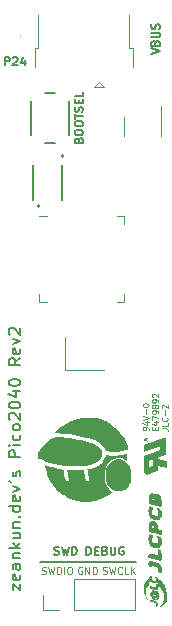
<source format=gbr>
%TF.GenerationSoftware,KiCad,Pcbnew,7.0.6*%
%TF.CreationDate,2023-08-11T11:38:20+07:00*%
%TF.ProjectId,Pico2040-Modular-Rev2,5069636f-3230-4343-902d-4d6f64756c61,rev?*%
%TF.SameCoordinates,Original*%
%TF.FileFunction,Legend,Top*%
%TF.FilePolarity,Positive*%
%FSLAX46Y46*%
G04 Gerber Fmt 4.6, Leading zero omitted, Abs format (unit mm)*
G04 Created by KiCad (PCBNEW 7.0.6) date 2023-08-11 11:38:20*
%MOMM*%
%LPD*%
G01*
G04 APERTURE LIST*
%ADD10C,0.150000*%
%ADD11C,0.050000*%
%ADD12C,0.200000*%
%ADD13C,0.125000*%
%ADD14C,0.120000*%
%ADD15C,0.127000*%
%ADD16C,0.100000*%
G04 APERTURE END LIST*
D10*
X94850000Y-86350000D02*
X86750000Y-86350000D01*
D11*
X92047179Y-87345400D02*
X92132894Y-87373971D01*
X92132894Y-87373971D02*
X92275751Y-87373971D01*
X92275751Y-87373971D02*
X92332894Y-87345400D01*
X92332894Y-87345400D02*
X92361465Y-87316828D01*
X92361465Y-87316828D02*
X92390036Y-87259685D01*
X92390036Y-87259685D02*
X92390036Y-87202542D01*
X92390036Y-87202542D02*
X92361465Y-87145400D01*
X92361465Y-87145400D02*
X92332894Y-87116828D01*
X92332894Y-87116828D02*
X92275751Y-87088257D01*
X92275751Y-87088257D02*
X92161465Y-87059685D01*
X92161465Y-87059685D02*
X92104322Y-87031114D01*
X92104322Y-87031114D02*
X92075751Y-87002542D01*
X92075751Y-87002542D02*
X92047179Y-86945400D01*
X92047179Y-86945400D02*
X92047179Y-86888257D01*
X92047179Y-86888257D02*
X92075751Y-86831114D01*
X92075751Y-86831114D02*
X92104322Y-86802542D01*
X92104322Y-86802542D02*
X92161465Y-86773971D01*
X92161465Y-86773971D02*
X92304322Y-86773971D01*
X92304322Y-86773971D02*
X92390036Y-86802542D01*
X92590037Y-86773971D02*
X92732894Y-87373971D01*
X92732894Y-87373971D02*
X92847180Y-86945400D01*
X92847180Y-86945400D02*
X92961465Y-87373971D01*
X92961465Y-87373971D02*
X93104323Y-86773971D01*
X93675751Y-87316828D02*
X93647179Y-87345400D01*
X93647179Y-87345400D02*
X93561465Y-87373971D01*
X93561465Y-87373971D02*
X93504322Y-87373971D01*
X93504322Y-87373971D02*
X93418608Y-87345400D01*
X93418608Y-87345400D02*
X93361465Y-87288257D01*
X93361465Y-87288257D02*
X93332894Y-87231114D01*
X93332894Y-87231114D02*
X93304322Y-87116828D01*
X93304322Y-87116828D02*
X93304322Y-87031114D01*
X93304322Y-87031114D02*
X93332894Y-86916828D01*
X93332894Y-86916828D02*
X93361465Y-86859685D01*
X93361465Y-86859685D02*
X93418608Y-86802542D01*
X93418608Y-86802542D02*
X93504322Y-86773971D01*
X93504322Y-86773971D02*
X93561465Y-86773971D01*
X93561465Y-86773971D02*
X93647179Y-86802542D01*
X93647179Y-86802542D02*
X93675751Y-86831114D01*
X94218608Y-87373971D02*
X93932894Y-87373971D01*
X93932894Y-87373971D02*
X93932894Y-86773971D01*
X94418608Y-87373971D02*
X94418608Y-86773971D01*
X94761465Y-87373971D02*
X94504322Y-87031114D01*
X94761465Y-86773971D02*
X94418608Y-87116828D01*
X86897179Y-87345400D02*
X86982894Y-87373971D01*
X86982894Y-87373971D02*
X87125751Y-87373971D01*
X87125751Y-87373971D02*
X87182894Y-87345400D01*
X87182894Y-87345400D02*
X87211465Y-87316828D01*
X87211465Y-87316828D02*
X87240036Y-87259685D01*
X87240036Y-87259685D02*
X87240036Y-87202542D01*
X87240036Y-87202542D02*
X87211465Y-87145400D01*
X87211465Y-87145400D02*
X87182894Y-87116828D01*
X87182894Y-87116828D02*
X87125751Y-87088257D01*
X87125751Y-87088257D02*
X87011465Y-87059685D01*
X87011465Y-87059685D02*
X86954322Y-87031114D01*
X86954322Y-87031114D02*
X86925751Y-87002542D01*
X86925751Y-87002542D02*
X86897179Y-86945400D01*
X86897179Y-86945400D02*
X86897179Y-86888257D01*
X86897179Y-86888257D02*
X86925751Y-86831114D01*
X86925751Y-86831114D02*
X86954322Y-86802542D01*
X86954322Y-86802542D02*
X87011465Y-86773971D01*
X87011465Y-86773971D02*
X87154322Y-86773971D01*
X87154322Y-86773971D02*
X87240036Y-86802542D01*
X87440037Y-86773971D02*
X87582894Y-87373971D01*
X87582894Y-87373971D02*
X87697180Y-86945400D01*
X87697180Y-86945400D02*
X87811465Y-87373971D01*
X87811465Y-87373971D02*
X87954323Y-86773971D01*
X88182894Y-87373971D02*
X88182894Y-86773971D01*
X88182894Y-86773971D02*
X88325751Y-86773971D01*
X88325751Y-86773971D02*
X88411465Y-86802542D01*
X88411465Y-86802542D02*
X88468608Y-86859685D01*
X88468608Y-86859685D02*
X88497179Y-86916828D01*
X88497179Y-86916828D02*
X88525751Y-87031114D01*
X88525751Y-87031114D02*
X88525751Y-87116828D01*
X88525751Y-87116828D02*
X88497179Y-87231114D01*
X88497179Y-87231114D02*
X88468608Y-87288257D01*
X88468608Y-87288257D02*
X88411465Y-87345400D01*
X88411465Y-87345400D02*
X88325751Y-87373971D01*
X88325751Y-87373971D02*
X88182894Y-87373971D01*
X88782894Y-87373971D02*
X88782894Y-86773971D01*
X89182893Y-86773971D02*
X89297179Y-86773971D01*
X89297179Y-86773971D02*
X89354322Y-86802542D01*
X89354322Y-86802542D02*
X89411465Y-86859685D01*
X89411465Y-86859685D02*
X89440036Y-86973971D01*
X89440036Y-86973971D02*
X89440036Y-87173971D01*
X89440036Y-87173971D02*
X89411465Y-87288257D01*
X89411465Y-87288257D02*
X89354322Y-87345400D01*
X89354322Y-87345400D02*
X89297179Y-87373971D01*
X89297179Y-87373971D02*
X89182893Y-87373971D01*
X89182893Y-87373971D02*
X89125751Y-87345400D01*
X89125751Y-87345400D02*
X89068608Y-87288257D01*
X89068608Y-87288257D02*
X89040036Y-87173971D01*
X89040036Y-87173971D02*
X89040036Y-86973971D01*
X89040036Y-86973971D02*
X89068608Y-86859685D01*
X89068608Y-86859685D02*
X89125751Y-86802542D01*
X89125751Y-86802542D02*
X89182893Y-86773971D01*
D12*
X84400552Y-88725564D02*
X84400552Y-88201755D01*
X84400552Y-88201755D02*
X85067219Y-88725564D01*
X85067219Y-88725564D02*
X85067219Y-88201755D01*
X85019600Y-87439850D02*
X85067219Y-87535088D01*
X85067219Y-87535088D02*
X85067219Y-87725564D01*
X85067219Y-87725564D02*
X85019600Y-87820802D01*
X85019600Y-87820802D02*
X84924361Y-87868421D01*
X84924361Y-87868421D02*
X84543409Y-87868421D01*
X84543409Y-87868421D02*
X84448171Y-87820802D01*
X84448171Y-87820802D02*
X84400552Y-87725564D01*
X84400552Y-87725564D02*
X84400552Y-87535088D01*
X84400552Y-87535088D02*
X84448171Y-87439850D01*
X84448171Y-87439850D02*
X84543409Y-87392231D01*
X84543409Y-87392231D02*
X84638647Y-87392231D01*
X84638647Y-87392231D02*
X84733885Y-87868421D01*
X85067219Y-86535088D02*
X84543409Y-86535088D01*
X84543409Y-86535088D02*
X84448171Y-86582707D01*
X84448171Y-86582707D02*
X84400552Y-86677945D01*
X84400552Y-86677945D02*
X84400552Y-86868421D01*
X84400552Y-86868421D02*
X84448171Y-86963659D01*
X85019600Y-86535088D02*
X85067219Y-86630326D01*
X85067219Y-86630326D02*
X85067219Y-86868421D01*
X85067219Y-86868421D02*
X85019600Y-86963659D01*
X85019600Y-86963659D02*
X84924361Y-87011278D01*
X84924361Y-87011278D02*
X84829123Y-87011278D01*
X84829123Y-87011278D02*
X84733885Y-86963659D01*
X84733885Y-86963659D02*
X84686266Y-86868421D01*
X84686266Y-86868421D02*
X84686266Y-86630326D01*
X84686266Y-86630326D02*
X84638647Y-86535088D01*
X84400552Y-86058897D02*
X85067219Y-86058897D01*
X84495790Y-86058897D02*
X84448171Y-86011278D01*
X84448171Y-86011278D02*
X84400552Y-85916040D01*
X84400552Y-85916040D02*
X84400552Y-85773183D01*
X84400552Y-85773183D02*
X84448171Y-85677945D01*
X84448171Y-85677945D02*
X84543409Y-85630326D01*
X84543409Y-85630326D02*
X85067219Y-85630326D01*
X85067219Y-85154135D02*
X84067219Y-85154135D01*
X84686266Y-85058897D02*
X85067219Y-84773183D01*
X84400552Y-84773183D02*
X84781504Y-85154135D01*
X84400552Y-83916040D02*
X85067219Y-83916040D01*
X84400552Y-84344611D02*
X84924361Y-84344611D01*
X84924361Y-84344611D02*
X85019600Y-84296992D01*
X85019600Y-84296992D02*
X85067219Y-84201754D01*
X85067219Y-84201754D02*
X85067219Y-84058897D01*
X85067219Y-84058897D02*
X85019600Y-83963659D01*
X85019600Y-83963659D02*
X84971980Y-83916040D01*
X84400552Y-83439849D02*
X85067219Y-83439849D01*
X84495790Y-83439849D02*
X84448171Y-83392230D01*
X84448171Y-83392230D02*
X84400552Y-83296992D01*
X84400552Y-83296992D02*
X84400552Y-83154135D01*
X84400552Y-83154135D02*
X84448171Y-83058897D01*
X84448171Y-83058897D02*
X84543409Y-83011278D01*
X84543409Y-83011278D02*
X85067219Y-83011278D01*
X84971980Y-82535087D02*
X85019600Y-82487468D01*
X85019600Y-82487468D02*
X85067219Y-82535087D01*
X85067219Y-82535087D02*
X85019600Y-82582706D01*
X85019600Y-82582706D02*
X84971980Y-82535087D01*
X84971980Y-82535087D02*
X85067219Y-82535087D01*
X85067219Y-81630326D02*
X84067219Y-81630326D01*
X85019600Y-81630326D02*
X85067219Y-81725564D01*
X85067219Y-81725564D02*
X85067219Y-81916040D01*
X85067219Y-81916040D02*
X85019600Y-82011278D01*
X85019600Y-82011278D02*
X84971980Y-82058897D01*
X84971980Y-82058897D02*
X84876742Y-82106516D01*
X84876742Y-82106516D02*
X84591028Y-82106516D01*
X84591028Y-82106516D02*
X84495790Y-82058897D01*
X84495790Y-82058897D02*
X84448171Y-82011278D01*
X84448171Y-82011278D02*
X84400552Y-81916040D01*
X84400552Y-81916040D02*
X84400552Y-81725564D01*
X84400552Y-81725564D02*
X84448171Y-81630326D01*
X85019600Y-80773183D02*
X85067219Y-80868421D01*
X85067219Y-80868421D02*
X85067219Y-81058897D01*
X85067219Y-81058897D02*
X85019600Y-81154135D01*
X85019600Y-81154135D02*
X84924361Y-81201754D01*
X84924361Y-81201754D02*
X84543409Y-81201754D01*
X84543409Y-81201754D02*
X84448171Y-81154135D01*
X84448171Y-81154135D02*
X84400552Y-81058897D01*
X84400552Y-81058897D02*
X84400552Y-80868421D01*
X84400552Y-80868421D02*
X84448171Y-80773183D01*
X84448171Y-80773183D02*
X84543409Y-80725564D01*
X84543409Y-80725564D02*
X84638647Y-80725564D01*
X84638647Y-80725564D02*
X84733885Y-81201754D01*
X84400552Y-80392230D02*
X85067219Y-80154135D01*
X85067219Y-80154135D02*
X84400552Y-79916040D01*
X84067219Y-79487468D02*
X84257695Y-79582706D01*
X85019600Y-79106516D02*
X85067219Y-79011278D01*
X85067219Y-79011278D02*
X85067219Y-78820802D01*
X85067219Y-78820802D02*
X85019600Y-78725564D01*
X85019600Y-78725564D02*
X84924361Y-78677945D01*
X84924361Y-78677945D02*
X84876742Y-78677945D01*
X84876742Y-78677945D02*
X84781504Y-78725564D01*
X84781504Y-78725564D02*
X84733885Y-78820802D01*
X84733885Y-78820802D02*
X84733885Y-78963659D01*
X84733885Y-78963659D02*
X84686266Y-79058897D01*
X84686266Y-79058897D02*
X84591028Y-79106516D01*
X84591028Y-79106516D02*
X84543409Y-79106516D01*
X84543409Y-79106516D02*
X84448171Y-79058897D01*
X84448171Y-79058897D02*
X84400552Y-78963659D01*
X84400552Y-78963659D02*
X84400552Y-78820802D01*
X84400552Y-78820802D02*
X84448171Y-78725564D01*
X85067219Y-77487468D02*
X84067219Y-77487468D01*
X84067219Y-77487468D02*
X84067219Y-77106516D01*
X84067219Y-77106516D02*
X84114838Y-77011278D01*
X84114838Y-77011278D02*
X84162457Y-76963659D01*
X84162457Y-76963659D02*
X84257695Y-76916040D01*
X84257695Y-76916040D02*
X84400552Y-76916040D01*
X84400552Y-76916040D02*
X84495790Y-76963659D01*
X84495790Y-76963659D02*
X84543409Y-77011278D01*
X84543409Y-77011278D02*
X84591028Y-77106516D01*
X84591028Y-77106516D02*
X84591028Y-77487468D01*
X85067219Y-76487468D02*
X84400552Y-76487468D01*
X84067219Y-76487468D02*
X84114838Y-76535087D01*
X84114838Y-76535087D02*
X84162457Y-76487468D01*
X84162457Y-76487468D02*
X84114838Y-76439849D01*
X84114838Y-76439849D02*
X84067219Y-76487468D01*
X84067219Y-76487468D02*
X84162457Y-76487468D01*
X85019600Y-75582707D02*
X85067219Y-75677945D01*
X85067219Y-75677945D02*
X85067219Y-75868421D01*
X85067219Y-75868421D02*
X85019600Y-75963659D01*
X85019600Y-75963659D02*
X84971980Y-76011278D01*
X84971980Y-76011278D02*
X84876742Y-76058897D01*
X84876742Y-76058897D02*
X84591028Y-76058897D01*
X84591028Y-76058897D02*
X84495790Y-76011278D01*
X84495790Y-76011278D02*
X84448171Y-75963659D01*
X84448171Y-75963659D02*
X84400552Y-75868421D01*
X84400552Y-75868421D02*
X84400552Y-75677945D01*
X84400552Y-75677945D02*
X84448171Y-75582707D01*
X85067219Y-75011278D02*
X85019600Y-75106516D01*
X85019600Y-75106516D02*
X84971980Y-75154135D01*
X84971980Y-75154135D02*
X84876742Y-75201754D01*
X84876742Y-75201754D02*
X84591028Y-75201754D01*
X84591028Y-75201754D02*
X84495790Y-75154135D01*
X84495790Y-75154135D02*
X84448171Y-75106516D01*
X84448171Y-75106516D02*
X84400552Y-75011278D01*
X84400552Y-75011278D02*
X84400552Y-74868421D01*
X84400552Y-74868421D02*
X84448171Y-74773183D01*
X84448171Y-74773183D02*
X84495790Y-74725564D01*
X84495790Y-74725564D02*
X84591028Y-74677945D01*
X84591028Y-74677945D02*
X84876742Y-74677945D01*
X84876742Y-74677945D02*
X84971980Y-74725564D01*
X84971980Y-74725564D02*
X85019600Y-74773183D01*
X85019600Y-74773183D02*
X85067219Y-74868421D01*
X85067219Y-74868421D02*
X85067219Y-75011278D01*
X84162457Y-74296992D02*
X84114838Y-74249373D01*
X84114838Y-74249373D02*
X84067219Y-74154135D01*
X84067219Y-74154135D02*
X84067219Y-73916040D01*
X84067219Y-73916040D02*
X84114838Y-73820802D01*
X84114838Y-73820802D02*
X84162457Y-73773183D01*
X84162457Y-73773183D02*
X84257695Y-73725564D01*
X84257695Y-73725564D02*
X84352933Y-73725564D01*
X84352933Y-73725564D02*
X84495790Y-73773183D01*
X84495790Y-73773183D02*
X85067219Y-74344611D01*
X85067219Y-74344611D02*
X85067219Y-73725564D01*
X84067219Y-73106516D02*
X84067219Y-73011278D01*
X84067219Y-73011278D02*
X84114838Y-72916040D01*
X84114838Y-72916040D02*
X84162457Y-72868421D01*
X84162457Y-72868421D02*
X84257695Y-72820802D01*
X84257695Y-72820802D02*
X84448171Y-72773183D01*
X84448171Y-72773183D02*
X84686266Y-72773183D01*
X84686266Y-72773183D02*
X84876742Y-72820802D01*
X84876742Y-72820802D02*
X84971980Y-72868421D01*
X84971980Y-72868421D02*
X85019600Y-72916040D01*
X85019600Y-72916040D02*
X85067219Y-73011278D01*
X85067219Y-73011278D02*
X85067219Y-73106516D01*
X85067219Y-73106516D02*
X85019600Y-73201754D01*
X85019600Y-73201754D02*
X84971980Y-73249373D01*
X84971980Y-73249373D02*
X84876742Y-73296992D01*
X84876742Y-73296992D02*
X84686266Y-73344611D01*
X84686266Y-73344611D02*
X84448171Y-73344611D01*
X84448171Y-73344611D02*
X84257695Y-73296992D01*
X84257695Y-73296992D02*
X84162457Y-73249373D01*
X84162457Y-73249373D02*
X84114838Y-73201754D01*
X84114838Y-73201754D02*
X84067219Y-73106516D01*
X84400552Y-71916040D02*
X85067219Y-71916040D01*
X84019600Y-72154135D02*
X84733885Y-72392230D01*
X84733885Y-72392230D02*
X84733885Y-71773183D01*
X84067219Y-71201754D02*
X84067219Y-71106516D01*
X84067219Y-71106516D02*
X84114838Y-71011278D01*
X84114838Y-71011278D02*
X84162457Y-70963659D01*
X84162457Y-70963659D02*
X84257695Y-70916040D01*
X84257695Y-70916040D02*
X84448171Y-70868421D01*
X84448171Y-70868421D02*
X84686266Y-70868421D01*
X84686266Y-70868421D02*
X84876742Y-70916040D01*
X84876742Y-70916040D02*
X84971980Y-70963659D01*
X84971980Y-70963659D02*
X85019600Y-71011278D01*
X85019600Y-71011278D02*
X85067219Y-71106516D01*
X85067219Y-71106516D02*
X85067219Y-71201754D01*
X85067219Y-71201754D02*
X85019600Y-71296992D01*
X85019600Y-71296992D02*
X84971980Y-71344611D01*
X84971980Y-71344611D02*
X84876742Y-71392230D01*
X84876742Y-71392230D02*
X84686266Y-71439849D01*
X84686266Y-71439849D02*
X84448171Y-71439849D01*
X84448171Y-71439849D02*
X84257695Y-71392230D01*
X84257695Y-71392230D02*
X84162457Y-71344611D01*
X84162457Y-71344611D02*
X84114838Y-71296992D01*
X84114838Y-71296992D02*
X84067219Y-71201754D01*
X85067219Y-69106516D02*
X84591028Y-69439849D01*
X85067219Y-69677944D02*
X84067219Y-69677944D01*
X84067219Y-69677944D02*
X84067219Y-69296992D01*
X84067219Y-69296992D02*
X84114838Y-69201754D01*
X84114838Y-69201754D02*
X84162457Y-69154135D01*
X84162457Y-69154135D02*
X84257695Y-69106516D01*
X84257695Y-69106516D02*
X84400552Y-69106516D01*
X84400552Y-69106516D02*
X84495790Y-69154135D01*
X84495790Y-69154135D02*
X84543409Y-69201754D01*
X84543409Y-69201754D02*
X84591028Y-69296992D01*
X84591028Y-69296992D02*
X84591028Y-69677944D01*
X85019600Y-68296992D02*
X85067219Y-68392230D01*
X85067219Y-68392230D02*
X85067219Y-68582706D01*
X85067219Y-68582706D02*
X85019600Y-68677944D01*
X85019600Y-68677944D02*
X84924361Y-68725563D01*
X84924361Y-68725563D02*
X84543409Y-68725563D01*
X84543409Y-68725563D02*
X84448171Y-68677944D01*
X84448171Y-68677944D02*
X84400552Y-68582706D01*
X84400552Y-68582706D02*
X84400552Y-68392230D01*
X84400552Y-68392230D02*
X84448171Y-68296992D01*
X84448171Y-68296992D02*
X84543409Y-68249373D01*
X84543409Y-68249373D02*
X84638647Y-68249373D01*
X84638647Y-68249373D02*
X84733885Y-68725563D01*
X84400552Y-67916039D02*
X85067219Y-67677944D01*
X85067219Y-67677944D02*
X84400552Y-67439849D01*
X84162457Y-67106515D02*
X84114838Y-67058896D01*
X84114838Y-67058896D02*
X84067219Y-66963658D01*
X84067219Y-66963658D02*
X84067219Y-66725563D01*
X84067219Y-66725563D02*
X84114838Y-66630325D01*
X84114838Y-66630325D02*
X84162457Y-66582706D01*
X84162457Y-66582706D02*
X84257695Y-66535087D01*
X84257695Y-66535087D02*
X84352933Y-66535087D01*
X84352933Y-66535087D02*
X84495790Y-66582706D01*
X84495790Y-66582706D02*
X85067219Y-67154134D01*
X85067219Y-67154134D02*
X85067219Y-66535087D01*
D10*
X96156533Y-43334649D02*
X96856533Y-43101316D01*
X96856533Y-43101316D02*
X96156533Y-42867982D01*
X96489866Y-42401316D02*
X96523200Y-42301316D01*
X96523200Y-42301316D02*
X96556533Y-42267982D01*
X96556533Y-42267982D02*
X96623200Y-42234649D01*
X96623200Y-42234649D02*
X96723200Y-42234649D01*
X96723200Y-42234649D02*
X96789866Y-42267982D01*
X96789866Y-42267982D02*
X96823200Y-42301316D01*
X96823200Y-42301316D02*
X96856533Y-42367982D01*
X96856533Y-42367982D02*
X96856533Y-42634649D01*
X96856533Y-42634649D02*
X96156533Y-42634649D01*
X96156533Y-42634649D02*
X96156533Y-42401316D01*
X96156533Y-42401316D02*
X96189866Y-42334649D01*
X96189866Y-42334649D02*
X96223200Y-42301316D01*
X96223200Y-42301316D02*
X96289866Y-42267982D01*
X96289866Y-42267982D02*
X96356533Y-42267982D01*
X96356533Y-42267982D02*
X96423200Y-42301316D01*
X96423200Y-42301316D02*
X96456533Y-42334649D01*
X96456533Y-42334649D02*
X96489866Y-42401316D01*
X96489866Y-42401316D02*
X96489866Y-42634649D01*
X96156533Y-41934649D02*
X96723200Y-41934649D01*
X96723200Y-41934649D02*
X96789866Y-41901316D01*
X96789866Y-41901316D02*
X96823200Y-41867982D01*
X96823200Y-41867982D02*
X96856533Y-41801316D01*
X96856533Y-41801316D02*
X96856533Y-41667982D01*
X96856533Y-41667982D02*
X96823200Y-41601316D01*
X96823200Y-41601316D02*
X96789866Y-41567982D01*
X96789866Y-41567982D02*
X96723200Y-41534649D01*
X96723200Y-41534649D02*
X96156533Y-41534649D01*
X96823200Y-41234649D02*
X96856533Y-41134649D01*
X96856533Y-41134649D02*
X96856533Y-40967983D01*
X96856533Y-40967983D02*
X96823200Y-40901316D01*
X96823200Y-40901316D02*
X96789866Y-40867983D01*
X96789866Y-40867983D02*
X96723200Y-40834649D01*
X96723200Y-40834649D02*
X96656533Y-40834649D01*
X96656533Y-40834649D02*
X96589866Y-40867983D01*
X96589866Y-40867983D02*
X96556533Y-40901316D01*
X96556533Y-40901316D02*
X96523200Y-40967983D01*
X96523200Y-40967983D02*
X96489866Y-41101316D01*
X96489866Y-41101316D02*
X96456533Y-41167983D01*
X96456533Y-41167983D02*
X96423200Y-41201316D01*
X96423200Y-41201316D02*
X96356533Y-41234649D01*
X96356533Y-41234649D02*
X96289866Y-41234649D01*
X96289866Y-41234649D02*
X96223200Y-41201316D01*
X96223200Y-41201316D02*
X96189866Y-41167983D01*
X96189866Y-41167983D02*
X96156533Y-41101316D01*
X96156533Y-41101316D02*
X96156533Y-40934649D01*
X96156533Y-40934649D02*
X96189866Y-40834649D01*
D11*
X90290036Y-86802542D02*
X90232894Y-86773971D01*
X90232894Y-86773971D02*
X90147179Y-86773971D01*
X90147179Y-86773971D02*
X90061465Y-86802542D01*
X90061465Y-86802542D02*
X90004322Y-86859685D01*
X90004322Y-86859685D02*
X89975751Y-86916828D01*
X89975751Y-86916828D02*
X89947179Y-87031114D01*
X89947179Y-87031114D02*
X89947179Y-87116828D01*
X89947179Y-87116828D02*
X89975751Y-87231114D01*
X89975751Y-87231114D02*
X90004322Y-87288257D01*
X90004322Y-87288257D02*
X90061465Y-87345400D01*
X90061465Y-87345400D02*
X90147179Y-87373971D01*
X90147179Y-87373971D02*
X90204322Y-87373971D01*
X90204322Y-87373971D02*
X90290036Y-87345400D01*
X90290036Y-87345400D02*
X90318608Y-87316828D01*
X90318608Y-87316828D02*
X90318608Y-87116828D01*
X90318608Y-87116828D02*
X90204322Y-87116828D01*
X90575751Y-87373971D02*
X90575751Y-86773971D01*
X90575751Y-86773971D02*
X90918608Y-87373971D01*
X90918608Y-87373971D02*
X90918608Y-86773971D01*
X91204322Y-87373971D02*
X91204322Y-86773971D01*
X91204322Y-86773971D02*
X91347179Y-86773971D01*
X91347179Y-86773971D02*
X91432893Y-86802542D01*
X91432893Y-86802542D02*
X91490036Y-86859685D01*
X91490036Y-86859685D02*
X91518607Y-86916828D01*
X91518607Y-86916828D02*
X91547179Y-87031114D01*
X91547179Y-87031114D02*
X91547179Y-87116828D01*
X91547179Y-87116828D02*
X91518607Y-87231114D01*
X91518607Y-87231114D02*
X91490036Y-87288257D01*
X91490036Y-87288257D02*
X91432893Y-87345400D01*
X91432893Y-87345400D02*
X91347179Y-87373971D01*
X91347179Y-87373971D02*
X91204322Y-87373971D01*
D13*
X95922309Y-75174906D02*
X95922309Y-75079668D01*
X95922309Y-75079668D02*
X95898500Y-75032049D01*
X95898500Y-75032049D02*
X95874690Y-75008240D01*
X95874690Y-75008240D02*
X95803261Y-74960621D01*
X95803261Y-74960621D02*
X95708023Y-74936811D01*
X95708023Y-74936811D02*
X95517547Y-74936811D01*
X95517547Y-74936811D02*
X95469928Y-74960621D01*
X95469928Y-74960621D02*
X95446119Y-74984430D01*
X95446119Y-74984430D02*
X95422309Y-75032049D01*
X95422309Y-75032049D02*
X95422309Y-75127287D01*
X95422309Y-75127287D02*
X95446119Y-75174906D01*
X95446119Y-75174906D02*
X95469928Y-75198716D01*
X95469928Y-75198716D02*
X95517547Y-75222525D01*
X95517547Y-75222525D02*
X95636595Y-75222525D01*
X95636595Y-75222525D02*
X95684214Y-75198716D01*
X95684214Y-75198716D02*
X95708023Y-75174906D01*
X95708023Y-75174906D02*
X95731833Y-75127287D01*
X95731833Y-75127287D02*
X95731833Y-75032049D01*
X95731833Y-75032049D02*
X95708023Y-74984430D01*
X95708023Y-74984430D02*
X95684214Y-74960621D01*
X95684214Y-74960621D02*
X95636595Y-74936811D01*
X95588976Y-74508240D02*
X95922309Y-74508240D01*
X95398500Y-74627288D02*
X95755642Y-74746335D01*
X95755642Y-74746335D02*
X95755642Y-74436812D01*
X95422309Y-74317764D02*
X95922309Y-74151098D01*
X95922309Y-74151098D02*
X95422309Y-73984431D01*
X95731833Y-73817765D02*
X95731833Y-73436813D01*
X95422309Y-73103479D02*
X95422309Y-73055860D01*
X95422309Y-73055860D02*
X95446119Y-73008241D01*
X95446119Y-73008241D02*
X95469928Y-72984431D01*
X95469928Y-72984431D02*
X95517547Y-72960622D01*
X95517547Y-72960622D02*
X95612785Y-72936812D01*
X95612785Y-72936812D02*
X95731833Y-72936812D01*
X95731833Y-72936812D02*
X95827071Y-72960622D01*
X95827071Y-72960622D02*
X95874690Y-72984431D01*
X95874690Y-72984431D02*
X95898500Y-73008241D01*
X95898500Y-73008241D02*
X95922309Y-73055860D01*
X95922309Y-73055860D02*
X95922309Y-73103479D01*
X95922309Y-73103479D02*
X95898500Y-73151098D01*
X95898500Y-73151098D02*
X95874690Y-73174907D01*
X95874690Y-73174907D02*
X95827071Y-73198717D01*
X95827071Y-73198717D02*
X95731833Y-73222526D01*
X95731833Y-73222526D02*
X95612785Y-73222526D01*
X95612785Y-73222526D02*
X95517547Y-73198717D01*
X95517547Y-73198717D02*
X95469928Y-73174907D01*
X95469928Y-73174907D02*
X95446119Y-73151098D01*
X95446119Y-73151098D02*
X95422309Y-73103479D01*
X96465404Y-75198716D02*
X96465404Y-75032049D01*
X96727309Y-74960621D02*
X96727309Y-75198716D01*
X96727309Y-75198716D02*
X96227309Y-75198716D01*
X96227309Y-75198716D02*
X96227309Y-74960621D01*
X96393976Y-74532049D02*
X96727309Y-74532049D01*
X96203500Y-74651097D02*
X96560642Y-74770144D01*
X96560642Y-74770144D02*
X96560642Y-74460621D01*
X96227309Y-74317764D02*
X96227309Y-73984431D01*
X96227309Y-73984431D02*
X96727309Y-74198716D01*
X96727309Y-73770145D02*
X96727309Y-73674907D01*
X96727309Y-73674907D02*
X96703500Y-73627288D01*
X96703500Y-73627288D02*
X96679690Y-73603479D01*
X96679690Y-73603479D02*
X96608261Y-73555860D01*
X96608261Y-73555860D02*
X96513023Y-73532050D01*
X96513023Y-73532050D02*
X96322547Y-73532050D01*
X96322547Y-73532050D02*
X96274928Y-73555860D01*
X96274928Y-73555860D02*
X96251119Y-73579669D01*
X96251119Y-73579669D02*
X96227309Y-73627288D01*
X96227309Y-73627288D02*
X96227309Y-73722526D01*
X96227309Y-73722526D02*
X96251119Y-73770145D01*
X96251119Y-73770145D02*
X96274928Y-73793955D01*
X96274928Y-73793955D02*
X96322547Y-73817764D01*
X96322547Y-73817764D02*
X96441595Y-73817764D01*
X96441595Y-73817764D02*
X96489214Y-73793955D01*
X96489214Y-73793955D02*
X96513023Y-73770145D01*
X96513023Y-73770145D02*
X96536833Y-73722526D01*
X96536833Y-73722526D02*
X96536833Y-73627288D01*
X96536833Y-73627288D02*
X96513023Y-73579669D01*
X96513023Y-73579669D02*
X96489214Y-73555860D01*
X96489214Y-73555860D02*
X96441595Y-73532050D01*
X96441595Y-73246336D02*
X96417785Y-73293955D01*
X96417785Y-73293955D02*
X96393976Y-73317765D01*
X96393976Y-73317765D02*
X96346357Y-73341574D01*
X96346357Y-73341574D02*
X96322547Y-73341574D01*
X96322547Y-73341574D02*
X96274928Y-73317765D01*
X96274928Y-73317765D02*
X96251119Y-73293955D01*
X96251119Y-73293955D02*
X96227309Y-73246336D01*
X96227309Y-73246336D02*
X96227309Y-73151098D01*
X96227309Y-73151098D02*
X96251119Y-73103479D01*
X96251119Y-73103479D02*
X96274928Y-73079670D01*
X96274928Y-73079670D02*
X96322547Y-73055860D01*
X96322547Y-73055860D02*
X96346357Y-73055860D01*
X96346357Y-73055860D02*
X96393976Y-73079670D01*
X96393976Y-73079670D02*
X96417785Y-73103479D01*
X96417785Y-73103479D02*
X96441595Y-73151098D01*
X96441595Y-73151098D02*
X96441595Y-73246336D01*
X96441595Y-73246336D02*
X96465404Y-73293955D01*
X96465404Y-73293955D02*
X96489214Y-73317765D01*
X96489214Y-73317765D02*
X96536833Y-73341574D01*
X96536833Y-73341574D02*
X96632071Y-73341574D01*
X96632071Y-73341574D02*
X96679690Y-73317765D01*
X96679690Y-73317765D02*
X96703500Y-73293955D01*
X96703500Y-73293955D02*
X96727309Y-73246336D01*
X96727309Y-73246336D02*
X96727309Y-73151098D01*
X96727309Y-73151098D02*
X96703500Y-73103479D01*
X96703500Y-73103479D02*
X96679690Y-73079670D01*
X96679690Y-73079670D02*
X96632071Y-73055860D01*
X96632071Y-73055860D02*
X96536833Y-73055860D01*
X96536833Y-73055860D02*
X96489214Y-73079670D01*
X96489214Y-73079670D02*
X96465404Y-73103479D01*
X96465404Y-73103479D02*
X96441595Y-73151098D01*
X96727309Y-72817765D02*
X96727309Y-72722527D01*
X96727309Y-72722527D02*
X96703500Y-72674908D01*
X96703500Y-72674908D02*
X96679690Y-72651099D01*
X96679690Y-72651099D02*
X96608261Y-72603480D01*
X96608261Y-72603480D02*
X96513023Y-72579670D01*
X96513023Y-72579670D02*
X96322547Y-72579670D01*
X96322547Y-72579670D02*
X96274928Y-72603480D01*
X96274928Y-72603480D02*
X96251119Y-72627289D01*
X96251119Y-72627289D02*
X96227309Y-72674908D01*
X96227309Y-72674908D02*
X96227309Y-72770146D01*
X96227309Y-72770146D02*
X96251119Y-72817765D01*
X96251119Y-72817765D02*
X96274928Y-72841575D01*
X96274928Y-72841575D02*
X96322547Y-72865384D01*
X96322547Y-72865384D02*
X96441595Y-72865384D01*
X96441595Y-72865384D02*
X96489214Y-72841575D01*
X96489214Y-72841575D02*
X96513023Y-72817765D01*
X96513023Y-72817765D02*
X96536833Y-72770146D01*
X96536833Y-72770146D02*
X96536833Y-72674908D01*
X96536833Y-72674908D02*
X96513023Y-72627289D01*
X96513023Y-72627289D02*
X96489214Y-72603480D01*
X96489214Y-72603480D02*
X96441595Y-72579670D01*
X96274928Y-72389194D02*
X96251119Y-72365385D01*
X96251119Y-72365385D02*
X96227309Y-72317766D01*
X96227309Y-72317766D02*
X96227309Y-72198718D01*
X96227309Y-72198718D02*
X96251119Y-72151099D01*
X96251119Y-72151099D02*
X96274928Y-72127290D01*
X96274928Y-72127290D02*
X96322547Y-72103480D01*
X96322547Y-72103480D02*
X96370166Y-72103480D01*
X96370166Y-72103480D02*
X96441595Y-72127290D01*
X96441595Y-72127290D02*
X96727309Y-72413004D01*
X96727309Y-72413004D02*
X96727309Y-72103480D01*
X97032309Y-75055859D02*
X97389452Y-75055859D01*
X97389452Y-75055859D02*
X97460880Y-75079668D01*
X97460880Y-75079668D02*
X97508500Y-75127287D01*
X97508500Y-75127287D02*
X97532309Y-75198716D01*
X97532309Y-75198716D02*
X97532309Y-75246335D01*
X97532309Y-74579669D02*
X97532309Y-74817764D01*
X97532309Y-74817764D02*
X97032309Y-74817764D01*
X97484690Y-74127288D02*
X97508500Y-74151097D01*
X97508500Y-74151097D02*
X97532309Y-74222526D01*
X97532309Y-74222526D02*
X97532309Y-74270145D01*
X97532309Y-74270145D02*
X97508500Y-74341573D01*
X97508500Y-74341573D02*
X97460880Y-74389192D01*
X97460880Y-74389192D02*
X97413261Y-74413002D01*
X97413261Y-74413002D02*
X97318023Y-74436811D01*
X97318023Y-74436811D02*
X97246595Y-74436811D01*
X97246595Y-74436811D02*
X97151357Y-74413002D01*
X97151357Y-74413002D02*
X97103738Y-74389192D01*
X97103738Y-74389192D02*
X97056119Y-74341573D01*
X97056119Y-74341573D02*
X97032309Y-74270145D01*
X97032309Y-74270145D02*
X97032309Y-74222526D01*
X97032309Y-74222526D02*
X97056119Y-74151097D01*
X97056119Y-74151097D02*
X97079928Y-74127288D01*
X97341833Y-73913002D02*
X97341833Y-73532050D01*
X97079928Y-73317763D02*
X97056119Y-73293954D01*
X97056119Y-73293954D02*
X97032309Y-73246335D01*
X97032309Y-73246335D02*
X97032309Y-73127287D01*
X97032309Y-73127287D02*
X97056119Y-73079668D01*
X97056119Y-73079668D02*
X97079928Y-73055859D01*
X97079928Y-73055859D02*
X97127547Y-73032049D01*
X97127547Y-73032049D02*
X97175166Y-73032049D01*
X97175166Y-73032049D02*
X97246595Y-73055859D01*
X97246595Y-73055859D02*
X97532309Y-73341573D01*
X97532309Y-73341573D02*
X97532309Y-73032049D01*
D10*
X89989866Y-50651316D02*
X90023200Y-50551316D01*
X90023200Y-50551316D02*
X90056533Y-50517982D01*
X90056533Y-50517982D02*
X90123200Y-50484649D01*
X90123200Y-50484649D02*
X90223200Y-50484649D01*
X90223200Y-50484649D02*
X90289866Y-50517982D01*
X90289866Y-50517982D02*
X90323200Y-50551316D01*
X90323200Y-50551316D02*
X90356533Y-50617982D01*
X90356533Y-50617982D02*
X90356533Y-50884649D01*
X90356533Y-50884649D02*
X89656533Y-50884649D01*
X89656533Y-50884649D02*
X89656533Y-50651316D01*
X89656533Y-50651316D02*
X89689866Y-50584649D01*
X89689866Y-50584649D02*
X89723200Y-50551316D01*
X89723200Y-50551316D02*
X89789866Y-50517982D01*
X89789866Y-50517982D02*
X89856533Y-50517982D01*
X89856533Y-50517982D02*
X89923200Y-50551316D01*
X89923200Y-50551316D02*
X89956533Y-50584649D01*
X89956533Y-50584649D02*
X89989866Y-50651316D01*
X89989866Y-50651316D02*
X89989866Y-50884649D01*
X89656533Y-50051316D02*
X89656533Y-49917982D01*
X89656533Y-49917982D02*
X89689866Y-49851316D01*
X89689866Y-49851316D02*
X89756533Y-49784649D01*
X89756533Y-49784649D02*
X89889866Y-49751316D01*
X89889866Y-49751316D02*
X90123200Y-49751316D01*
X90123200Y-49751316D02*
X90256533Y-49784649D01*
X90256533Y-49784649D02*
X90323200Y-49851316D01*
X90323200Y-49851316D02*
X90356533Y-49917982D01*
X90356533Y-49917982D02*
X90356533Y-50051316D01*
X90356533Y-50051316D02*
X90323200Y-50117982D01*
X90323200Y-50117982D02*
X90256533Y-50184649D01*
X90256533Y-50184649D02*
X90123200Y-50217982D01*
X90123200Y-50217982D02*
X89889866Y-50217982D01*
X89889866Y-50217982D02*
X89756533Y-50184649D01*
X89756533Y-50184649D02*
X89689866Y-50117982D01*
X89689866Y-50117982D02*
X89656533Y-50051316D01*
X89656533Y-49317983D02*
X89656533Y-49184649D01*
X89656533Y-49184649D02*
X89689866Y-49117983D01*
X89689866Y-49117983D02*
X89756533Y-49051316D01*
X89756533Y-49051316D02*
X89889866Y-49017983D01*
X89889866Y-49017983D02*
X90123200Y-49017983D01*
X90123200Y-49017983D02*
X90256533Y-49051316D01*
X90256533Y-49051316D02*
X90323200Y-49117983D01*
X90323200Y-49117983D02*
X90356533Y-49184649D01*
X90356533Y-49184649D02*
X90356533Y-49317983D01*
X90356533Y-49317983D02*
X90323200Y-49384649D01*
X90323200Y-49384649D02*
X90256533Y-49451316D01*
X90256533Y-49451316D02*
X90123200Y-49484649D01*
X90123200Y-49484649D02*
X89889866Y-49484649D01*
X89889866Y-49484649D02*
X89756533Y-49451316D01*
X89756533Y-49451316D02*
X89689866Y-49384649D01*
X89689866Y-49384649D02*
X89656533Y-49317983D01*
X89656533Y-48817983D02*
X89656533Y-48417983D01*
X90356533Y-48617983D02*
X89656533Y-48617983D01*
X90323200Y-48217983D02*
X90356533Y-48117983D01*
X90356533Y-48117983D02*
X90356533Y-47951317D01*
X90356533Y-47951317D02*
X90323200Y-47884650D01*
X90323200Y-47884650D02*
X90289866Y-47851317D01*
X90289866Y-47851317D02*
X90223200Y-47817983D01*
X90223200Y-47817983D02*
X90156533Y-47817983D01*
X90156533Y-47817983D02*
X90089866Y-47851317D01*
X90089866Y-47851317D02*
X90056533Y-47884650D01*
X90056533Y-47884650D02*
X90023200Y-47951317D01*
X90023200Y-47951317D02*
X89989866Y-48084650D01*
X89989866Y-48084650D02*
X89956533Y-48151317D01*
X89956533Y-48151317D02*
X89923200Y-48184650D01*
X89923200Y-48184650D02*
X89856533Y-48217983D01*
X89856533Y-48217983D02*
X89789866Y-48217983D01*
X89789866Y-48217983D02*
X89723200Y-48184650D01*
X89723200Y-48184650D02*
X89689866Y-48151317D01*
X89689866Y-48151317D02*
X89656533Y-48084650D01*
X89656533Y-48084650D02*
X89656533Y-47917983D01*
X89656533Y-47917983D02*
X89689866Y-47817983D01*
X89989866Y-47517983D02*
X89989866Y-47284650D01*
X90356533Y-47184650D02*
X90356533Y-47517983D01*
X90356533Y-47517983D02*
X89656533Y-47517983D01*
X89656533Y-47517983D02*
X89656533Y-47184650D01*
X90356533Y-46551317D02*
X90356533Y-46884650D01*
X90356533Y-46884650D02*
X89656533Y-46884650D01*
X87932017Y-85723200D02*
X88032017Y-85756533D01*
X88032017Y-85756533D02*
X88198684Y-85756533D01*
X88198684Y-85756533D02*
X88265350Y-85723200D01*
X88265350Y-85723200D02*
X88298684Y-85689866D01*
X88298684Y-85689866D02*
X88332017Y-85623200D01*
X88332017Y-85623200D02*
X88332017Y-85556533D01*
X88332017Y-85556533D02*
X88298684Y-85489866D01*
X88298684Y-85489866D02*
X88265350Y-85456533D01*
X88265350Y-85456533D02*
X88198684Y-85423200D01*
X88198684Y-85423200D02*
X88065350Y-85389866D01*
X88065350Y-85389866D02*
X87998684Y-85356533D01*
X87998684Y-85356533D02*
X87965350Y-85323200D01*
X87965350Y-85323200D02*
X87932017Y-85256533D01*
X87932017Y-85256533D02*
X87932017Y-85189866D01*
X87932017Y-85189866D02*
X87965350Y-85123200D01*
X87965350Y-85123200D02*
X87998684Y-85089866D01*
X87998684Y-85089866D02*
X88065350Y-85056533D01*
X88065350Y-85056533D02*
X88232017Y-85056533D01*
X88232017Y-85056533D02*
X88332017Y-85089866D01*
X88565351Y-85056533D02*
X88732017Y-85756533D01*
X88732017Y-85756533D02*
X88865351Y-85256533D01*
X88865351Y-85256533D02*
X88998684Y-85756533D01*
X88998684Y-85756533D02*
X89165351Y-85056533D01*
X89432017Y-85756533D02*
X89432017Y-85056533D01*
X89432017Y-85056533D02*
X89598684Y-85056533D01*
X89598684Y-85056533D02*
X89698684Y-85089866D01*
X89698684Y-85089866D02*
X89765351Y-85156533D01*
X89765351Y-85156533D02*
X89798684Y-85223200D01*
X89798684Y-85223200D02*
X89832017Y-85356533D01*
X89832017Y-85356533D02*
X89832017Y-85456533D01*
X89832017Y-85456533D02*
X89798684Y-85589866D01*
X89798684Y-85589866D02*
X89765351Y-85656533D01*
X89765351Y-85656533D02*
X89698684Y-85723200D01*
X89698684Y-85723200D02*
X89598684Y-85756533D01*
X89598684Y-85756533D02*
X89432017Y-85756533D01*
X90665350Y-85756533D02*
X90665350Y-85056533D01*
X90665350Y-85056533D02*
X90832017Y-85056533D01*
X90832017Y-85056533D02*
X90932017Y-85089866D01*
X90932017Y-85089866D02*
X90998684Y-85156533D01*
X90998684Y-85156533D02*
X91032017Y-85223200D01*
X91032017Y-85223200D02*
X91065350Y-85356533D01*
X91065350Y-85356533D02*
X91065350Y-85456533D01*
X91065350Y-85456533D02*
X91032017Y-85589866D01*
X91032017Y-85589866D02*
X90998684Y-85656533D01*
X90998684Y-85656533D02*
X90932017Y-85723200D01*
X90932017Y-85723200D02*
X90832017Y-85756533D01*
X90832017Y-85756533D02*
X90665350Y-85756533D01*
X91365350Y-85389866D02*
X91598684Y-85389866D01*
X91698684Y-85756533D02*
X91365350Y-85756533D01*
X91365350Y-85756533D02*
X91365350Y-85056533D01*
X91365350Y-85056533D02*
X91698684Y-85056533D01*
X92232017Y-85389866D02*
X92332017Y-85423200D01*
X92332017Y-85423200D02*
X92365350Y-85456533D01*
X92365350Y-85456533D02*
X92398683Y-85523200D01*
X92398683Y-85523200D02*
X92398683Y-85623200D01*
X92398683Y-85623200D02*
X92365350Y-85689866D01*
X92365350Y-85689866D02*
X92332017Y-85723200D01*
X92332017Y-85723200D02*
X92265350Y-85756533D01*
X92265350Y-85756533D02*
X91998683Y-85756533D01*
X91998683Y-85756533D02*
X91998683Y-85056533D01*
X91998683Y-85056533D02*
X92232017Y-85056533D01*
X92232017Y-85056533D02*
X92298683Y-85089866D01*
X92298683Y-85089866D02*
X92332017Y-85123200D01*
X92332017Y-85123200D02*
X92365350Y-85189866D01*
X92365350Y-85189866D02*
X92365350Y-85256533D01*
X92365350Y-85256533D02*
X92332017Y-85323200D01*
X92332017Y-85323200D02*
X92298683Y-85356533D01*
X92298683Y-85356533D02*
X92232017Y-85389866D01*
X92232017Y-85389866D02*
X91998683Y-85389866D01*
X92698683Y-85056533D02*
X92698683Y-85623200D01*
X92698683Y-85623200D02*
X92732017Y-85689866D01*
X92732017Y-85689866D02*
X92765350Y-85723200D01*
X92765350Y-85723200D02*
X92832017Y-85756533D01*
X92832017Y-85756533D02*
X92965350Y-85756533D01*
X92965350Y-85756533D02*
X93032017Y-85723200D01*
X93032017Y-85723200D02*
X93065350Y-85689866D01*
X93065350Y-85689866D02*
X93098683Y-85623200D01*
X93098683Y-85623200D02*
X93098683Y-85056533D01*
X93798683Y-85089866D02*
X93732016Y-85056533D01*
X93732016Y-85056533D02*
X93632016Y-85056533D01*
X93632016Y-85056533D02*
X93532016Y-85089866D01*
X93532016Y-85089866D02*
X93465350Y-85156533D01*
X93465350Y-85156533D02*
X93432016Y-85223200D01*
X93432016Y-85223200D02*
X93398683Y-85356533D01*
X93398683Y-85356533D02*
X93398683Y-85456533D01*
X93398683Y-85456533D02*
X93432016Y-85589866D01*
X93432016Y-85589866D02*
X93465350Y-85656533D01*
X93465350Y-85656533D02*
X93532016Y-85723200D01*
X93532016Y-85723200D02*
X93632016Y-85756533D01*
X93632016Y-85756533D02*
X93698683Y-85756533D01*
X93698683Y-85756533D02*
X93798683Y-85723200D01*
X93798683Y-85723200D02*
X93832016Y-85689866D01*
X93832016Y-85689866D02*
X93832016Y-85456533D01*
X93832016Y-85456533D02*
X93698683Y-85456533D01*
X83765350Y-44306533D02*
X83765350Y-43606533D01*
X83765350Y-43606533D02*
X84032017Y-43606533D01*
X84032017Y-43606533D02*
X84098684Y-43639866D01*
X84098684Y-43639866D02*
X84132017Y-43673200D01*
X84132017Y-43673200D02*
X84165350Y-43739866D01*
X84165350Y-43739866D02*
X84165350Y-43839866D01*
X84165350Y-43839866D02*
X84132017Y-43906533D01*
X84132017Y-43906533D02*
X84098684Y-43939866D01*
X84098684Y-43939866D02*
X84032017Y-43973200D01*
X84032017Y-43973200D02*
X83765350Y-43973200D01*
X84432017Y-43673200D02*
X84465350Y-43639866D01*
X84465350Y-43639866D02*
X84532017Y-43606533D01*
X84532017Y-43606533D02*
X84698684Y-43606533D01*
X84698684Y-43606533D02*
X84765350Y-43639866D01*
X84765350Y-43639866D02*
X84798684Y-43673200D01*
X84798684Y-43673200D02*
X84832017Y-43739866D01*
X84832017Y-43739866D02*
X84832017Y-43806533D01*
X84832017Y-43806533D02*
X84798684Y-43906533D01*
X84798684Y-43906533D02*
X84398684Y-44306533D01*
X84398684Y-44306533D02*
X84832017Y-44306533D01*
X85432017Y-43839866D02*
X85432017Y-44306533D01*
X85265351Y-43573200D02*
X85098684Y-44073200D01*
X85098684Y-44073200D02*
X85532017Y-44073200D01*
D14*
%TO.C,J4*%
X86995000Y-90455000D02*
X86995000Y-89125000D01*
X88325000Y-90455000D02*
X86995000Y-90455000D01*
X89595000Y-90455000D02*
X94735000Y-90455000D01*
X89595000Y-90455000D02*
X89595000Y-87795000D01*
X94735000Y-90455000D02*
X94735000Y-87795000D01*
X89595000Y-87795000D02*
X94735000Y-87795000D01*
%TO.C,J1*%
X94580000Y-42880000D02*
X94580000Y-44430000D01*
X94580000Y-42880000D02*
X94280000Y-42880000D01*
X94280000Y-40080000D02*
X94280000Y-42880000D01*
X92130000Y-46130000D02*
X91330000Y-46130000D01*
X91730000Y-45680000D02*
X92130000Y-46130000D01*
X91330000Y-46130000D02*
X91730000Y-45680000D01*
X86580000Y-42880000D02*
X86280000Y-42880000D01*
X86580000Y-40080000D02*
X86580000Y-42880000D01*
X86280000Y-42880000D02*
X86280000Y-44430000D01*
D15*
%TO.C,S1*%
X87188500Y-50850000D02*
X87961500Y-50850000D01*
X89175000Y-50186500D02*
X89175000Y-47313500D01*
X85975000Y-47313500D02*
X85975000Y-50186500D01*
X87961500Y-46650000D02*
X87188500Y-46650000D01*
D12*
X88750000Y-51980000D02*
G75*
G03*
X88750000Y-51980000I-100000J0D01*
G01*
D14*
%TO.C,U2*%
X96960000Y-49512500D02*
X96960000Y-47712500D01*
X96960000Y-49512500D02*
X96960000Y-50312500D01*
X93840000Y-49512500D02*
X93840000Y-48712500D01*
X93840000Y-49512500D02*
X93840000Y-50312500D01*
%TO.C,U1*%
X86652500Y-64310000D02*
X86652500Y-63660000D01*
X87302500Y-57090000D02*
X86652500Y-57090000D01*
X87302500Y-64310000D02*
X86652500Y-64310000D01*
X93222500Y-57090000D02*
X93872500Y-57090000D01*
X93222500Y-64310000D02*
X93872500Y-64310000D01*
X93872500Y-57090000D02*
X93872500Y-57740000D01*
X93872500Y-64310000D02*
X93872500Y-63660000D01*
%TO.C,G\u002A\u002A\u002A*%
G36*
X93571831Y-77676003D02*
G01*
X93671171Y-77706990D01*
X93799260Y-77766093D01*
X93800917Y-77766908D01*
X94004419Y-77892907D01*
X94170942Y-78057025D01*
X94312324Y-78272126D01*
X94368446Y-78383734D01*
X94409492Y-78476544D01*
X94437020Y-78558832D01*
X94453701Y-78648320D01*
X94462206Y-78762730D01*
X94465205Y-78919784D01*
X94465475Y-79027648D01*
X94464551Y-79212616D01*
X94459780Y-79345858D01*
X94448162Y-79445519D01*
X94426697Y-79529746D01*
X94392385Y-79616683D01*
X94354567Y-79698484D01*
X94225013Y-79918273D01*
X94063050Y-80109549D01*
X93884054Y-80255527D01*
X93801651Y-80302157D01*
X93668261Y-80346854D01*
X93496223Y-80376078D01*
X93417332Y-80382330D01*
X93271504Y-80385155D01*
X93163374Y-80371866D01*
X93061525Y-80336638D01*
X92992242Y-80303499D01*
X92765239Y-80151521D01*
X92580342Y-79952719D01*
X92439019Y-79717116D01*
X92342742Y-79454735D01*
X92292979Y-79175596D01*
X92291202Y-78889723D01*
X92338879Y-78607137D01*
X92437480Y-78337861D01*
X92588475Y-78091917D01*
X92656019Y-78010935D01*
X92842676Y-77840416D01*
X93043959Y-77732102D01*
X93275221Y-77678326D01*
X93332781Y-77672972D01*
X93469586Y-77666781D01*
X93571831Y-77676003D01*
G37*
G36*
X91312741Y-74144822D02*
G01*
X91539799Y-74168251D01*
X91630368Y-74185671D01*
X92043360Y-74313441D01*
X92450484Y-74499030D01*
X92577282Y-74570020D01*
X92735789Y-74678586D01*
X92921436Y-74830386D01*
X93120520Y-75011960D01*
X93319335Y-75209846D01*
X93504179Y-75410582D01*
X93661347Y-75600707D01*
X93746224Y-75718268D01*
X93893415Y-75953095D01*
X94017898Y-76179670D01*
X94114485Y-76386761D01*
X94177988Y-76563135D01*
X94203220Y-76697562D01*
X94203439Y-76708255D01*
X94203439Y-76855695D01*
X94024552Y-76894060D01*
X93659167Y-76962508D01*
X93313260Y-77008048D01*
X92997772Y-77029978D01*
X92723645Y-77027596D01*
X92501823Y-77000197D01*
X92473054Y-76993721D01*
X92380439Y-76962635D01*
X92322135Y-76911379D01*
X92273506Y-76817258D01*
X92268517Y-76805317D01*
X92205664Y-76700429D01*
X92099844Y-76571211D01*
X91966139Y-76432232D01*
X91819628Y-76298063D01*
X91675393Y-76183271D01*
X91548516Y-76102425D01*
X91532738Y-76094521D01*
X91375177Y-76031542D01*
X91158923Y-75963444D01*
X90894792Y-75892298D01*
X90593598Y-75820171D01*
X90266153Y-75749133D01*
X89923273Y-75681252D01*
X89575771Y-75618598D01*
X89234461Y-75563239D01*
X88910157Y-75517243D01*
X88613674Y-75482681D01*
X88355824Y-75461620D01*
X88194825Y-75455933D01*
X87898591Y-75453796D01*
X88124949Y-75245299D01*
X88493985Y-74946995D01*
X88912040Y-74682661D01*
X89362985Y-74460989D01*
X89830693Y-74290676D01*
X89967213Y-74252119D01*
X90200841Y-74203272D01*
X90471261Y-74167357D01*
X90759419Y-74145136D01*
X91046264Y-74137371D01*
X91312741Y-74144822D01*
G37*
G36*
X88434828Y-75786528D02*
G01*
X88674360Y-75809178D01*
X88953704Y-75844219D01*
X89261475Y-75889547D01*
X89586288Y-75943057D01*
X89916758Y-76002644D01*
X90241502Y-76066205D01*
X90549133Y-76131634D01*
X90828269Y-76196828D01*
X91067522Y-76259682D01*
X91255510Y-76318090D01*
X91338515Y-76349936D01*
X91446655Y-76411507D01*
X91579858Y-76508494D01*
X91718122Y-76623953D01*
X91841442Y-76740936D01*
X91929816Y-76842499D01*
X91943396Y-76862369D01*
X91990733Y-76998547D01*
X91989448Y-77168668D01*
X91943079Y-77360175D01*
X91855165Y-77560514D01*
X91729243Y-77757127D01*
X91670766Y-77829886D01*
X91559735Y-77933892D01*
X91416933Y-78018193D01*
X91231621Y-78087232D01*
X90993059Y-78145448D01*
X90839033Y-78173826D01*
X90661779Y-78196520D01*
X90431303Y-78215281D01*
X90164171Y-78229700D01*
X89876950Y-78239371D01*
X89586203Y-78243887D01*
X89308499Y-78242840D01*
X89060401Y-78235823D01*
X88859307Y-78222508D01*
X88420571Y-78164547D01*
X87986707Y-78073560D01*
X87539324Y-77944917D01*
X87060034Y-77773987D01*
X87026959Y-77761155D01*
X86827079Y-77677481D01*
X86685725Y-77601427D01*
X86593576Y-77523886D01*
X86541313Y-77435755D01*
X86519616Y-77327929D01*
X86517318Y-77263274D01*
X86521242Y-77193623D01*
X86536760Y-77127114D01*
X86569489Y-77056151D01*
X86625047Y-76973139D01*
X86709050Y-76870483D01*
X86827117Y-76740587D01*
X86984865Y-76575857D01*
X87151908Y-76405251D01*
X87348237Y-76208554D01*
X87508018Y-76057616D01*
X87641676Y-75946465D01*
X87759637Y-75869130D01*
X87872328Y-75819641D01*
X87990176Y-75792025D01*
X88123606Y-75780311D01*
X88246493Y-75778374D01*
X88434828Y-75786528D01*
G37*
G36*
X94082505Y-77218039D02*
G01*
X94093230Y-77258086D01*
X94104529Y-77345239D01*
X94115058Y-77459989D01*
X94123476Y-77582828D01*
X94128441Y-77694247D01*
X94128611Y-77774739D01*
X94122868Y-77804814D01*
X94084424Y-77786872D01*
X94008600Y-77740938D01*
X93951889Y-77703784D01*
X93718112Y-77583913D01*
X93478482Y-77529824D01*
X93239629Y-77538551D01*
X93008184Y-77607123D01*
X92790777Y-77732571D01*
X92594038Y-77911928D01*
X92424596Y-78142224D01*
X92289083Y-78420489D01*
X92276500Y-78453990D01*
X92226347Y-78652593D01*
X92200028Y-78891659D01*
X92197543Y-79145966D01*
X92218892Y-79390292D01*
X92264075Y-79599413D01*
X92276500Y-79636244D01*
X92415436Y-79934222D01*
X92595794Y-80186505D01*
X92730270Y-80319558D01*
X92812099Y-80393611D01*
X92863898Y-80448574D01*
X92874553Y-80470296D01*
X92588726Y-80679016D01*
X92257095Y-80871617D01*
X91903645Y-81035452D01*
X91592928Y-81145995D01*
X91461735Y-81182844D01*
X91340952Y-81209238D01*
X91213039Y-81227287D01*
X91060460Y-81239103D01*
X90865675Y-81246795D01*
X90727098Y-81250185D01*
X90451906Y-81252774D01*
X90234937Y-81247041D01*
X90064972Y-81232434D01*
X89944938Y-81211703D01*
X89519337Y-81089970D01*
X89112849Y-80924039D01*
X88745981Y-80722623D01*
X88659952Y-80665750D01*
X88372097Y-80437001D01*
X88092453Y-80157619D01*
X87835220Y-79845047D01*
X87614599Y-79516729D01*
X87444788Y-79190109D01*
X87429461Y-79154171D01*
X87359218Y-78970127D01*
X87294231Y-78772207D01*
X87239594Y-78578827D01*
X87200399Y-78408404D01*
X87181740Y-78279353D01*
X87180880Y-78255303D01*
X87180880Y-78157959D01*
X87381775Y-78227324D01*
X87576822Y-78288396D01*
X87814658Y-78353411D01*
X88068983Y-78415861D01*
X88313495Y-78469238D01*
X88494966Y-78502775D01*
X88743439Y-78543199D01*
X88765978Y-78811627D01*
X88798488Y-79075660D01*
X88846257Y-79272318D01*
X88909710Y-79402508D01*
X88989275Y-79467139D01*
X89075259Y-79469943D01*
X89159555Y-79427767D01*
X89187331Y-79353446D01*
X89160846Y-79239973D01*
X89154467Y-79224201D01*
X89133833Y-79155514D01*
X89109673Y-79047372D01*
X89085255Y-78918975D01*
X89063846Y-78789526D01*
X89048714Y-78678224D01*
X89043126Y-78604272D01*
X89045812Y-78585689D01*
X89080344Y-78583531D01*
X89174268Y-78580537D01*
X89317106Y-78576961D01*
X89498384Y-78573062D01*
X89707626Y-78569096D01*
X89757571Y-78568219D01*
X90465073Y-78555984D01*
X90465331Y-78678267D01*
X90474367Y-78824877D01*
X90497756Y-78995190D01*
X90530722Y-79163337D01*
X90568489Y-79303452D01*
X90592041Y-79364520D01*
X90661077Y-79467630D01*
X90739705Y-79502865D01*
X90812864Y-79482689D01*
X90886961Y-79411862D01*
X90896854Y-79314955D01*
X90870699Y-79243798D01*
X90838859Y-79154684D01*
X90810730Y-79031010D01*
X90799614Y-78957772D01*
X90782657Y-78821298D01*
X90765476Y-78690751D01*
X90758185Y-78638598D01*
X90739778Y-78511584D01*
X90971631Y-78471208D01*
X91209965Y-78417462D01*
X91437346Y-78343812D01*
X91633438Y-78257803D01*
X91765895Y-78176424D01*
X91898550Y-78048436D01*
X92032610Y-77871989D01*
X92154402Y-77666857D01*
X92229561Y-77505862D01*
X92285901Y-77383988D01*
X92333073Y-77320537D01*
X92376893Y-77305794D01*
X92441057Y-77313857D01*
X92551514Y-77327954D01*
X92685262Y-77345148D01*
X92695744Y-77346501D01*
X92900480Y-77357833D01*
X93155504Y-77347746D01*
X93445048Y-77317608D01*
X93753344Y-77268790D01*
X93883032Y-77243377D01*
X93988256Y-77224248D01*
X94061619Y-77215968D01*
X94082505Y-77218039D01*
G37*
%TO.C,Y1*%
X88825000Y-67300000D02*
X88825000Y-70100000D01*
X88825000Y-70100000D02*
X92125000Y-70100000D01*
%TO.C,G\u002A\u002A\u002A*%
G36*
X96075957Y-89521138D02*
G01*
X96163850Y-89540211D01*
X96281718Y-89567425D01*
X96319803Y-89576478D01*
X96474053Y-89619191D01*
X96577952Y-89663474D01*
X96646252Y-89715873D01*
X96654443Y-89724959D01*
X96716874Y-89841037D01*
X96720196Y-89965086D01*
X96677712Y-90061373D01*
X96624579Y-90115598D01*
X96581968Y-90133933D01*
X96535915Y-90106948D01*
X96512719Y-90045013D01*
X96519945Y-89976658D01*
X96533948Y-89952803D01*
X96555617Y-89898362D01*
X96520601Y-89852145D01*
X96426118Y-89812377D01*
X96269389Y-89777284D01*
X96254949Y-89774774D01*
X96010283Y-89732922D01*
X96010283Y-89623273D01*
X96016675Y-89549655D01*
X96032312Y-89514405D01*
X96034769Y-89513879D01*
X96075957Y-89521138D01*
G37*
G36*
X96867288Y-85319625D02*
G01*
X96947362Y-85339348D01*
X96996606Y-85356089D01*
X96997879Y-85356794D01*
X97006878Y-85392967D01*
X97014389Y-85481982D01*
X97019740Y-85611391D01*
X97022257Y-85768746D01*
X97022365Y-85810024D01*
X97021426Y-85989158D01*
X97017849Y-86112759D01*
X97010498Y-86190574D01*
X96998235Y-86232348D01*
X96979923Y-86247828D01*
X96971148Y-86248843D01*
X96918423Y-86240867D01*
X96816520Y-86219193D01*
X96679282Y-86187199D01*
X96520556Y-86148264D01*
X96354184Y-86105767D01*
X96194012Y-86063087D01*
X96083740Y-86032260D01*
X95912339Y-85983027D01*
X95912339Y-85821080D01*
X95921721Y-85704112D01*
X95949327Y-85646214D01*
X95956631Y-85642136D01*
X96004153Y-85643155D01*
X96100606Y-85658544D01*
X96231875Y-85685673D01*
X96381053Y-85721205D01*
X96761183Y-85817271D01*
X96761183Y-85557069D01*
X96761183Y-85296868D01*
X96867288Y-85319625D01*
G37*
G36*
X96094690Y-86265506D02*
G01*
X96221930Y-86291557D01*
X96367486Y-86327271D01*
X96516861Y-86368848D01*
X96655560Y-86412493D01*
X96769084Y-86454405D01*
X96842702Y-86490634D01*
X96911067Y-86556678D01*
X96975726Y-86652122D01*
X96991736Y-86683971D01*
X97027800Y-86798696D01*
X97048575Y-86936461D01*
X97052773Y-87073622D01*
X97039104Y-87186532D01*
X97021653Y-87233039D01*
X96990834Y-87265387D01*
X96939065Y-87270093D01*
X96858828Y-87253407D01*
X96727378Y-87220041D01*
X96748458Y-87061137D01*
X96755507Y-86945650D01*
X96732924Y-86867078D01*
X96670180Y-86812112D01*
X96556747Y-86767446D01*
X96503891Y-86751998D01*
X96393320Y-86721137D01*
X96302177Y-86695690D01*
X96263303Y-86684832D01*
X96217362Y-86690016D01*
X96206170Y-86736360D01*
X96181806Y-86790987D01*
X96110022Y-86802562D01*
X95996084Y-86772016D01*
X95951854Y-86750549D01*
X95926745Y-86717414D01*
X95915386Y-86656115D01*
X95912405Y-86550154D01*
X95912339Y-86514831D01*
X95918573Y-86375795D01*
X95936253Y-86285528D01*
X95953149Y-86257582D01*
X96000265Y-86252915D01*
X96094690Y-86265506D01*
G37*
G36*
X96367273Y-82862556D02*
G01*
X96446595Y-82899507D01*
X96516223Y-82961107D01*
X96623987Y-83114486D01*
X96683608Y-83308733D01*
X96695705Y-83462360D01*
X96695887Y-83597857D01*
X96859126Y-83637018D01*
X97022365Y-83676178D01*
X97022365Y-83871403D01*
X97022365Y-84066627D01*
X96931919Y-84046762D01*
X96868237Y-84031309D01*
X96755722Y-84002574D01*
X96608595Y-83964241D01*
X96442396Y-83920343D01*
X96441077Y-83919995D01*
X96385068Y-83905077D01*
X95928663Y-83783257D01*
X95917978Y-83620356D01*
X95915244Y-83396138D01*
X95917541Y-83374810D01*
X96206170Y-83374810D01*
X96208579Y-83444088D01*
X96214389Y-83473761D01*
X96214547Y-83473778D01*
X96248174Y-83481822D01*
X96319719Y-83501555D01*
X96332660Y-83505250D01*
X96442396Y-83536722D01*
X96421497Y-83432230D01*
X96392970Y-83344239D01*
X96354888Y-83282026D01*
X96291551Y-83249759D01*
X96237830Y-83273575D01*
X96208200Y-83344443D01*
X96206170Y-83374810D01*
X95917541Y-83374810D01*
X95936378Y-83199885D01*
X95979303Y-83043766D01*
X96032179Y-82950745D01*
X96098159Y-82886875D01*
X96171667Y-82858869D01*
X96261308Y-82853470D01*
X96367273Y-82862556D01*
G37*
G36*
X96126954Y-84006593D02*
G01*
X96215590Y-84031393D01*
X96292379Y-84062554D01*
X96334367Y-84091902D01*
X96336761Y-84098634D01*
X96318120Y-84146147D01*
X96273109Y-84213670D01*
X96271465Y-84215770D01*
X96223559Y-84319118D01*
X96206177Y-84449194D01*
X96221860Y-84573730D01*
X96239785Y-84618260D01*
X96306866Y-84690302D01*
X96409219Y-84744465D01*
X96525661Y-84775378D01*
X96635003Y-84777669D01*
X96716061Y-84745969D01*
X96722005Y-84740514D01*
X96754081Y-84668600D01*
X96758669Y-84560315D01*
X96737440Y-84437712D01*
X96692064Y-84322842D01*
X96690080Y-84319270D01*
X96651594Y-84238660D01*
X96637288Y-84182585D01*
X96640446Y-84171293D01*
X96682792Y-84164328D01*
X96763836Y-84172233D01*
X96800918Y-84179149D01*
X96904074Y-84212783D01*
X96966564Y-84269201D01*
X96987863Y-84306357D01*
X97022513Y-84417582D01*
X97042080Y-84563036D01*
X97045632Y-84716931D01*
X97032239Y-84853481D01*
X97010344Y-84929375D01*
X96922439Y-85061392D01*
X96799399Y-85140839D01*
X96635792Y-85170991D01*
X96608564Y-85171465D01*
X96400967Y-85142232D01*
X96223353Y-85058406D01*
X96080907Y-84925797D01*
X95978815Y-84750217D01*
X95922261Y-84537475D01*
X95912339Y-84391243D01*
X95922706Y-84261849D01*
X95950028Y-84142714D01*
X95988635Y-84050168D01*
X96032860Y-84000540D01*
X96049427Y-83996326D01*
X96126954Y-84006593D01*
G37*
G36*
X96126954Y-81655950D02*
G01*
X96215590Y-81680751D01*
X96292379Y-81711912D01*
X96334367Y-81741260D01*
X96336761Y-81747991D01*
X96318120Y-81795505D01*
X96273109Y-81863027D01*
X96271465Y-81865127D01*
X96223559Y-81968476D01*
X96206177Y-82098552D01*
X96221860Y-82223087D01*
X96239785Y-82267618D01*
X96306866Y-82339659D01*
X96409219Y-82393822D01*
X96525661Y-82424735D01*
X96635003Y-82427027D01*
X96716061Y-82395326D01*
X96722005Y-82389871D01*
X96754081Y-82317957D01*
X96758669Y-82209673D01*
X96737440Y-82087069D01*
X96692064Y-81972199D01*
X96690080Y-81968627D01*
X96651594Y-81888017D01*
X96637288Y-81831943D01*
X96640446Y-81820651D01*
X96682792Y-81813685D01*
X96763836Y-81821591D01*
X96800918Y-81828507D01*
X96904074Y-81862141D01*
X96966564Y-81918558D01*
X96987863Y-81955714D01*
X97022513Y-82066939D01*
X97042080Y-82212393D01*
X97045632Y-82366288D01*
X97032239Y-82502838D01*
X97010344Y-82578733D01*
X96922439Y-82710749D01*
X96799399Y-82790196D01*
X96635792Y-82820348D01*
X96608564Y-82820822D01*
X96400967Y-82791589D01*
X96223353Y-82707763D01*
X96080907Y-82575155D01*
X95978815Y-82399574D01*
X95922261Y-82186832D01*
X95912339Y-82040600D01*
X95922706Y-81911206D01*
X95950028Y-81792071D01*
X95988635Y-81699525D01*
X96032860Y-81649898D01*
X96049427Y-81645683D01*
X96126954Y-81655950D01*
G37*
G36*
X96259506Y-80533236D02*
G01*
X96365850Y-80583249D01*
X96381098Y-80596417D01*
X96437307Y-80642353D01*
X96472766Y-80643662D01*
X96499097Y-80618182D01*
X96576543Y-80570169D01*
X96676649Y-80569136D01*
X96784315Y-80608791D01*
X96884440Y-80682845D01*
X96961925Y-80785008D01*
X96977350Y-80817415D01*
X96993035Y-80884443D01*
X97006108Y-80994556D01*
X97016090Y-81132158D01*
X97022504Y-81281649D01*
X97024870Y-81427432D01*
X97022712Y-81553910D01*
X97015550Y-81645483D01*
X97003963Y-81685668D01*
X96967810Y-81684045D01*
X96879373Y-81667903D01*
X96749452Y-81639564D01*
X96731205Y-81635222D01*
X96588851Y-81601346D01*
X96457112Y-81568200D01*
X96271465Y-81520468D01*
X95928663Y-81432331D01*
X95918928Y-81208865D01*
X95920827Y-81021385D01*
X96206170Y-81021385D01*
X96223233Y-81100310D01*
X96271465Y-81132595D01*
X96323282Y-81124214D01*
X96333559Y-81086995D01*
X96597943Y-81086995D01*
X96613849Y-81190169D01*
X96665608Y-81242825D01*
X96731205Y-81253727D01*
X96754154Y-81225444D01*
X96759600Y-81153726D01*
X96746703Y-81058276D01*
X96740605Y-81033354D01*
X96700426Y-80973402D01*
X96659431Y-80959897D01*
X96618465Y-80972696D01*
X96600763Y-81022083D01*
X96597943Y-81086995D01*
X96333559Y-81086995D01*
X96338654Y-81068542D01*
X96316944Y-80978891D01*
X96278808Y-80929874D01*
X96236826Y-80935366D01*
X96209159Y-80988398D01*
X96206170Y-81021385D01*
X95920827Y-81021385D01*
X95920888Y-81015376D01*
X95942037Y-80839478D01*
X95979468Y-80695610D01*
X96030278Y-80598214D01*
X96044909Y-80582657D01*
X96144366Y-80532704D01*
X96259506Y-80533236D01*
G37*
G36*
X96389787Y-88754797D02*
G01*
X96444039Y-88777920D01*
X96534197Y-88839229D01*
X96603755Y-88917030D01*
X96605582Y-88920053D01*
X96639715Y-89016843D01*
X96657636Y-89146667D01*
X96656667Y-89278680D01*
X96643411Y-89355531D01*
X96601131Y-89416862D01*
X96581620Y-89421725D01*
X96531678Y-89434171D01*
X96514178Y-89430069D01*
X96448386Y-89414646D01*
X96364593Y-89365476D01*
X96293634Y-89293850D01*
X96248843Y-89206955D01*
X96241922Y-89151150D01*
X96336761Y-89151150D01*
X96365697Y-89219782D01*
X96437717Y-89269765D01*
X96514178Y-89285090D01*
X96557221Y-89262728D01*
X96560232Y-89212538D01*
X96524486Y-89162492D01*
X96460848Y-89126659D01*
X96410218Y-89107322D01*
X96354359Y-89100700D01*
X96337132Y-89137608D01*
X96336761Y-89151150D01*
X96241922Y-89151150D01*
X96240321Y-89138244D01*
X96242329Y-89043241D01*
X96240056Y-88974935D01*
X96233356Y-88935085D01*
X96218663Y-88951738D01*
X96202865Y-88989282D01*
X96184224Y-89116525D01*
X96216089Y-89249000D01*
X96289243Y-89365548D01*
X96394467Y-89445008D01*
X96403014Y-89448725D01*
X96524873Y-89474083D01*
X96621109Y-89445054D01*
X96686650Y-89369228D01*
X96716423Y-89254197D01*
X96705356Y-89107550D01*
X96684057Y-89028184D01*
X96646915Y-88906527D01*
X96632966Y-88834563D01*
X96641098Y-88801379D01*
X96660327Y-88795372D01*
X96690724Y-88822211D01*
X96734450Y-88890423D01*
X96758270Y-88936271D01*
X96805001Y-89075552D01*
X96823563Y-89226344D01*
X96810932Y-89358694D01*
X96803421Y-89383033D01*
X96732618Y-89493544D01*
X96625352Y-89562527D01*
X96535119Y-89578798D01*
X96396395Y-89552538D01*
X96277455Y-89481936D01*
X96182489Y-89378791D01*
X96115687Y-89254908D01*
X96081241Y-89122086D01*
X96083340Y-88992128D01*
X96126174Y-88876837D01*
X96133154Y-88869772D01*
X96288028Y-88869772D01*
X96295876Y-88895800D01*
X96362577Y-88936824D01*
X96451028Y-88976648D01*
X96581620Y-89030739D01*
X96502471Y-88945703D01*
X96422224Y-88885003D01*
X96340864Y-88860668D01*
X96288028Y-88869772D01*
X96133154Y-88869772D01*
X96213935Y-88788012D01*
X96247673Y-88769230D01*
X96320427Y-88744650D01*
X96389787Y-88754797D01*
G37*
G36*
X96142259Y-87509028D02*
G01*
X96178813Y-87567982D01*
X96188030Y-87671035D01*
X96184976Y-87700269D01*
X96177770Y-87793567D01*
X96194314Y-87849258D01*
X96242237Y-87893013D01*
X96242264Y-87893032D01*
X96347141Y-87941617D01*
X96441088Y-87943535D01*
X96511327Y-87905944D01*
X96545080Y-87836001D01*
X96529569Y-87740861D01*
X96526492Y-87733846D01*
X96504120Y-87666568D01*
X96520281Y-87628616D01*
X96534504Y-87618244D01*
X96596102Y-87597166D01*
X96646267Y-87627969D01*
X96693617Y-87711770D01*
X96736811Y-87781632D01*
X96780999Y-87815373D01*
X96786010Y-87815938D01*
X96841113Y-87840861D01*
X96922180Y-87907580D01*
X97018275Y-88004025D01*
X97118461Y-88118121D01*
X97211802Y-88237798D01*
X97287362Y-88350982D01*
X97313471Y-88398202D01*
X97438913Y-88707870D01*
X97507355Y-89022320D01*
X97516690Y-89330429D01*
X97507307Y-89422517D01*
X97447242Y-89667858D01*
X97340766Y-89872095D01*
X97191187Y-90031214D01*
X97001813Y-90141205D01*
X96883612Y-90178894D01*
X96813537Y-90187856D01*
X96799469Y-90170110D01*
X96839866Y-90129797D01*
X96921260Y-90077789D01*
X97056527Y-89963714D01*
X97152183Y-89800918D01*
X97206094Y-89594148D01*
X97217864Y-89417433D01*
X97192928Y-89106983D01*
X97118574Y-88837824D01*
X96993921Y-88607570D01*
X96861892Y-88454106D01*
X96728535Y-88325051D01*
X96728535Y-88527564D01*
X96727896Y-88620413D01*
X96719200Y-88682391D01*
X96692272Y-88716919D01*
X96636941Y-88727415D01*
X96543034Y-88717300D01*
X96400378Y-88689994D01*
X96304113Y-88670250D01*
X96170677Y-88642029D01*
X96088234Y-88619368D01*
X96043766Y-88594951D01*
X96024253Y-88561458D01*
X96016676Y-88511572D01*
X96016376Y-88508505D01*
X96012464Y-88459395D01*
X96018298Y-88427103D01*
X96043359Y-88411151D01*
X96097129Y-88411057D01*
X96189091Y-88426343D01*
X96328724Y-88456529D01*
X96459190Y-88486104D01*
X96506039Y-88490209D01*
X96527169Y-88463413D01*
X96532574Y-88389997D01*
X96532648Y-88370548D01*
X96547761Y-88267655D01*
X96588938Y-88215810D01*
X96649931Y-88220519D01*
X96679979Y-88240705D01*
X96707819Y-88255700D01*
X96721994Y-88233566D01*
X96726313Y-88163112D01*
X96725957Y-88105604D01*
X96721707Y-88018812D01*
X96713367Y-87975267D01*
X96705373Y-87979177D01*
X96635196Y-88090493D01*
X96529517Y-88149928D01*
X96394931Y-88155511D01*
X96255787Y-88113417D01*
X96147456Y-88052576D01*
X96077251Y-87973386D01*
X96042682Y-87907128D01*
X95979069Y-87766966D01*
X95978352Y-88030620D01*
X95976151Y-88164847D01*
X95967481Y-88251607D01*
X95947908Y-88308693D01*
X95912997Y-88353901D01*
X95892913Y-88373422D01*
X95796618Y-88482043D01*
X95737650Y-88601408D01*
X95709144Y-88750373D01*
X95703626Y-88893316D01*
X95720402Y-89123944D01*
X95772824Y-89369355D01*
X95835915Y-89569547D01*
X95846023Y-89608624D01*
X95824196Y-89595372D01*
X95807400Y-89578920D01*
X95771114Y-89524425D01*
X95723563Y-89429269D01*
X95676525Y-89317737D01*
X95572861Y-88989166D01*
X95526111Y-88688549D01*
X95536153Y-88416961D01*
X95602866Y-88175480D01*
X95726129Y-87965180D01*
X95843676Y-87839189D01*
X95922853Y-87756359D01*
X95980124Y-87675738D01*
X95996330Y-87638551D01*
X96038242Y-87540132D01*
X96091144Y-87498351D01*
X96142259Y-87509028D01*
G37*
D16*
%TO.C,D2*%
X85075000Y-41882500D02*
G75*
G03*
X85075000Y-41882500I-50000J0D01*
G01*
%TO.C,D1*%
X95525000Y-41207500D02*
G75*
G03*
X95525000Y-41207500I-50000J0D01*
G01*
%TO.C,G\u002A\u002A\u002A*%
G36*
X95812738Y-75970509D02*
G01*
X95813076Y-75975616D01*
X95812576Y-75982017D01*
X95810044Y-75986192D01*
X95803931Y-75988858D01*
X95792688Y-75990735D01*
X95777042Y-75992329D01*
X95757063Y-75995432D01*
X95743830Y-76001133D01*
X95736125Y-76010639D01*
X95732733Y-76025157D01*
X95732262Y-76036800D01*
X95732262Y-76058479D01*
X95772669Y-76058479D01*
X95813076Y-76058479D01*
X95813076Y-76068581D01*
X95813076Y-76078683D01*
X95724180Y-76078683D01*
X95651447Y-76078683D01*
X95635284Y-76078683D01*
X95635284Y-76058479D01*
X95651447Y-76058479D01*
X95683773Y-76058479D01*
X95716099Y-76058479D01*
X95716099Y-76034997D01*
X95715269Y-76019357D01*
X95712332Y-76009036D01*
X95707860Y-76002671D01*
X95696429Y-75995696D01*
X95681939Y-75993630D01*
X95667791Y-75996526D01*
X95659529Y-76001909D01*
X95654593Y-76008999D01*
X95652107Y-76019194D01*
X95651447Y-76034235D01*
X95651447Y-76058479D01*
X95635284Y-76058479D01*
X95635284Y-76042116D01*
X95636432Y-76016365D01*
X95640273Y-75997545D01*
X95647410Y-75984781D01*
X95658441Y-75977200D01*
X95673966Y-75973926D01*
X95682281Y-75973624D01*
X95699467Y-75976088D01*
X95711366Y-75984006D01*
X95718111Y-75995156D01*
X95723506Y-76007970D01*
X95726329Y-75996752D01*
X95730069Y-75987857D01*
X95737015Y-75981900D01*
X95748782Y-75978035D01*
X95766989Y-75975417D01*
X95767193Y-75975396D01*
X95782312Y-75973433D01*
X95795799Y-75971006D01*
X95801964Y-75969460D01*
X95809856Y-75967734D01*
X95812738Y-75970509D01*
G37*
G36*
X95778231Y-75861799D02*
G01*
X95809889Y-75872830D01*
X95839214Y-75889893D01*
X95865180Y-75912927D01*
X95886760Y-75941871D01*
X95887537Y-75943185D01*
X95899591Y-75970400D01*
X95907106Y-76001747D01*
X95909688Y-76034419D01*
X95906939Y-76065609D01*
X95905674Y-76071595D01*
X95893967Y-76104277D01*
X95875577Y-76133777D01*
X95851572Y-76159203D01*
X95823017Y-76179665D01*
X95790981Y-76194271D01*
X95756530Y-76202129D01*
X95748523Y-76202878D01*
X95728022Y-76202260D01*
X95711873Y-76201774D01*
X95678165Y-76193807D01*
X95647852Y-76179805D01*
X95621384Y-76160592D01*
X95599215Y-76136995D01*
X95581798Y-76109840D01*
X95569584Y-76079954D01*
X95563026Y-76048161D01*
X95562781Y-76030279D01*
X95588816Y-76030279D01*
X95589058Y-76049169D01*
X95590164Y-76062803D01*
X95592708Y-76074000D01*
X95597260Y-76085582D01*
X95602097Y-76095728D01*
X95620063Y-76123903D01*
X95642727Y-76146386D01*
X95669001Y-76163070D01*
X95697796Y-76173849D01*
X95728022Y-76178615D01*
X95758590Y-76177260D01*
X95788411Y-76169678D01*
X95816397Y-76155761D01*
X95841458Y-76135402D01*
X95854250Y-76120565D01*
X95872046Y-76090684D01*
X95882351Y-76058597D01*
X95884990Y-76025268D01*
X95879790Y-75991662D01*
X95878341Y-75986716D01*
X95864465Y-75954607D01*
X95844345Y-75927563D01*
X95817859Y-75905446D01*
X95792873Y-75891606D01*
X95781089Y-75887184D01*
X95767644Y-75884517D01*
X95750097Y-75883231D01*
X95736218Y-75882967D01*
X95717410Y-75883071D01*
X95703889Y-75884052D01*
X95692870Y-75886461D01*
X95681563Y-75890848D01*
X95671071Y-75895840D01*
X95641595Y-75914745D01*
X95617406Y-75939594D01*
X95599566Y-75968876D01*
X95594276Y-75981302D01*
X95591044Y-75992761D01*
X95589392Y-76005993D01*
X95588839Y-76023738D01*
X95588816Y-76030279D01*
X95562781Y-76030279D01*
X95562576Y-76015290D01*
X95568686Y-75982165D01*
X95581810Y-75949613D01*
X95596767Y-75925745D01*
X95620870Y-75899288D01*
X95648798Y-75879233D01*
X95679524Y-75865518D01*
X95712023Y-75858082D01*
X95745267Y-75856863D01*
X95778231Y-75861799D01*
G37*
G36*
X97266531Y-75845201D02*
G01*
X97305467Y-75856573D01*
X97324272Y-75864992D01*
X97354799Y-75884202D01*
X97382199Y-75909087D01*
X97405235Y-75938089D01*
X97422669Y-75969655D01*
X97433198Y-76001909D01*
X97433867Y-76007421D01*
X97434467Y-76017428D01*
X97434998Y-76032193D01*
X97435464Y-76051976D01*
X97435864Y-76077041D01*
X97436200Y-76107650D01*
X97436474Y-76144064D01*
X97436686Y-76186545D01*
X97436840Y-76235355D01*
X97436935Y-76290757D01*
X97436973Y-76353012D01*
X97436956Y-76422383D01*
X97436886Y-76499131D01*
X97436762Y-76583518D01*
X97436648Y-76646025D01*
X97435428Y-77267917D01*
X97081864Y-77395580D01*
X96728301Y-77523242D01*
X96728301Y-77579791D01*
X96728301Y-77636340D01*
X97085905Y-77717464D01*
X97443509Y-77798587D01*
X97443599Y-77846788D01*
X97443597Y-77859661D01*
X97443558Y-77879728D01*
X97443485Y-77906100D01*
X97443383Y-77937890D01*
X97443253Y-77974210D01*
X97443100Y-78014172D01*
X97442925Y-78056889D01*
X97442733Y-78101473D01*
X97442558Y-78140463D01*
X97442229Y-78198318D01*
X97441811Y-78248198D01*
X97441302Y-78290208D01*
X97440699Y-78324454D01*
X97440001Y-78351042D01*
X97439204Y-78370077D01*
X97438307Y-78381665D01*
X97437307Y-78385911D01*
X97437218Y-78385937D01*
X97432735Y-78385062D01*
X97420944Y-78382520D01*
X97402416Y-78378440D01*
X97377721Y-78372951D01*
X97347432Y-78366181D01*
X97312118Y-78358257D01*
X97272352Y-78349307D01*
X97228704Y-78339461D01*
X97181746Y-78328845D01*
X97132048Y-78317589D01*
X97086008Y-78307143D01*
X97034304Y-78295418D01*
X96984794Y-78284221D01*
X96938054Y-78273679D01*
X96894658Y-78263921D01*
X96855182Y-78255077D01*
X96820202Y-78247273D01*
X96790291Y-78240638D01*
X96766026Y-78235302D01*
X96747982Y-78231391D01*
X96736734Y-78229035D01*
X96732911Y-78228349D01*
X96731303Y-78229187D01*
X96729977Y-78232194D01*
X96728895Y-78238106D01*
X96728022Y-78247661D01*
X96727319Y-78261594D01*
X96726751Y-78280644D01*
X96726280Y-78305548D01*
X96725869Y-78337042D01*
X96725481Y-78375864D01*
X96725473Y-78376846D01*
X96725104Y-78415573D01*
X96724732Y-78447129D01*
X96724303Y-78472427D01*
X96723759Y-78492376D01*
X96723047Y-78507888D01*
X96722110Y-78519873D01*
X96720893Y-78529243D01*
X96719341Y-78536908D01*
X96717398Y-78543780D01*
X96715010Y-78550770D01*
X96714874Y-78551149D01*
X96696779Y-78589775D01*
X96671773Y-78624323D01*
X96659401Y-78637379D01*
X96643162Y-78650679D01*
X96622530Y-78663948D01*
X96600337Y-78675630D01*
X96579418Y-78684170D01*
X96568692Y-78687133D01*
X96563365Y-78688783D01*
X96551070Y-78692910D01*
X96532455Y-78699287D01*
X96508168Y-78707684D01*
X96478857Y-78717875D01*
X96445169Y-78729630D01*
X96407751Y-78742721D01*
X96367251Y-78756919D01*
X96324318Y-78771998D01*
X96279598Y-78787728D01*
X96233739Y-78803880D01*
X96187388Y-78820228D01*
X96141194Y-78836542D01*
X96095804Y-78852593D01*
X96051865Y-78868155D01*
X96010025Y-78882998D01*
X95982736Y-78892699D01*
X95970932Y-78896895D01*
X95935233Y-78909616D01*
X95903577Y-78920934D01*
X95876609Y-78930620D01*
X95854979Y-78938446D01*
X95839333Y-78944184D01*
X95836168Y-78945365D01*
X95797751Y-78955726D01*
X95759389Y-78958451D01*
X95721930Y-78953946D01*
X95686221Y-78942616D01*
X95653112Y-78924868D01*
X95623449Y-78901109D01*
X95598081Y-78871743D01*
X95577856Y-78837177D01*
X95569851Y-78817837D01*
X95560531Y-78792030D01*
X95559445Y-78076273D01*
X95559405Y-78049433D01*
X95978746Y-78049433D01*
X95978809Y-78106749D01*
X95978995Y-78157137D01*
X95979302Y-78200437D01*
X95979728Y-78236488D01*
X95980270Y-78265130D01*
X95980925Y-78286201D01*
X95981692Y-78299542D01*
X95982567Y-78304992D01*
X95982736Y-78305123D01*
X95987338Y-78303818D01*
X95998676Y-78300103D01*
X96015872Y-78294282D01*
X96038047Y-78286655D01*
X96064325Y-78277525D01*
X96093826Y-78267194D01*
X96125171Y-78256140D01*
X96157692Y-78244638D01*
X96188451Y-78233765D01*
X96216459Y-78223872D01*
X96240723Y-78215308D01*
X96260251Y-78208423D01*
X96274053Y-78203567D01*
X96280790Y-78201211D01*
X96297963Y-78195264D01*
X96297963Y-77936700D01*
X96297911Y-77891855D01*
X96297760Y-77849517D01*
X96297520Y-77810358D01*
X96297199Y-77775050D01*
X96296807Y-77744264D01*
X96296352Y-77718671D01*
X96295843Y-77698944D01*
X96295290Y-77685754D01*
X96294701Y-77679772D01*
X96294519Y-77679484D01*
X96290090Y-77681107D01*
X96278878Y-77685181D01*
X96261699Y-77691409D01*
X96239372Y-77699496D01*
X96212714Y-77709146D01*
X96182540Y-77720063D01*
X96149669Y-77731951D01*
X96134910Y-77737287D01*
X95978746Y-77793743D01*
X95978746Y-78049433D01*
X95559405Y-78049433D01*
X95559312Y-77986979D01*
X95559199Y-77905416D01*
X95559108Y-77831233D01*
X95559043Y-77764079D01*
X95559006Y-77703605D01*
X95559000Y-77649458D01*
X95559029Y-77601290D01*
X95559095Y-77558749D01*
X95559201Y-77521484D01*
X95559350Y-77489144D01*
X95559546Y-77461381D01*
X95559790Y-77437841D01*
X95560087Y-77418176D01*
X95560438Y-77402034D01*
X95560848Y-77389065D01*
X95561318Y-77378918D01*
X95561853Y-77371242D01*
X95562454Y-77365687D01*
X95563125Y-77361903D01*
X95563868Y-77359538D01*
X95564688Y-77358242D01*
X95565506Y-77357695D01*
X95569897Y-77356064D01*
X95581396Y-77351823D01*
X95599525Y-77345148D01*
X95623806Y-77336214D01*
X95653762Y-77325196D01*
X95688914Y-77312272D01*
X95728783Y-77297615D01*
X95772894Y-77281401D01*
X95820766Y-77263807D01*
X95871922Y-77245008D01*
X95925885Y-77225178D01*
X95982176Y-77204495D01*
X96040317Y-77183133D01*
X96099830Y-77161269D01*
X96160238Y-77139077D01*
X96221061Y-77116733D01*
X96281823Y-77094414D01*
X96342045Y-77072293D01*
X96401249Y-77050548D01*
X96458957Y-77029354D01*
X96514692Y-77008885D01*
X96567975Y-76989319D01*
X96618327Y-76970830D01*
X96665272Y-76953594D01*
X96708332Y-76937787D01*
X96747027Y-76923584D01*
X96780881Y-76911160D01*
X96809414Y-76900692D01*
X96832150Y-76892355D01*
X96848610Y-76886325D01*
X96858317Y-76882777D01*
X96860634Y-76881935D01*
X96871746Y-76877956D01*
X96871746Y-76712409D01*
X96871746Y-76546863D01*
X96863069Y-76549617D01*
X96858389Y-76551266D01*
X96846505Y-76555517D01*
X96827814Y-76562227D01*
X96802713Y-76571254D01*
X96771599Y-76582453D01*
X96734870Y-76595682D01*
X96692921Y-76610798D01*
X96646150Y-76627658D01*
X96594955Y-76646118D01*
X96539731Y-76666035D01*
X96480876Y-76687267D01*
X96418787Y-76709670D01*
X96353862Y-76733101D01*
X96286496Y-76757417D01*
X96217086Y-76782475D01*
X96207461Y-76785950D01*
X95560531Y-77019529D01*
X95559494Y-76728271D01*
X95559349Y-76680500D01*
X95559261Y-76635117D01*
X95559228Y-76592767D01*
X95559247Y-76554090D01*
X95559317Y-76519731D01*
X95559437Y-76490332D01*
X95559604Y-76466534D01*
X95559816Y-76448982D01*
X95560073Y-76438318D01*
X95560326Y-76435146D01*
X95564253Y-76433612D01*
X95575427Y-76429467D01*
X95593492Y-76422840D01*
X95618093Y-76413860D01*
X95648874Y-76402655D01*
X95685479Y-76389354D01*
X95727552Y-76374086D01*
X95774739Y-76356981D01*
X95826682Y-76338166D01*
X95883026Y-76317771D01*
X95943416Y-76295924D01*
X96007496Y-76272755D01*
X96074909Y-76248392D01*
X96145301Y-76222965D01*
X96218316Y-76196601D01*
X96293598Y-76169431D01*
X96345263Y-76150790D01*
X96422194Y-76123029D01*
X96497277Y-76095919D01*
X96570145Y-76069592D01*
X96640427Y-76044183D01*
X96707757Y-76019825D01*
X96771765Y-75996651D01*
X96832084Y-75974797D01*
X96888344Y-75954395D01*
X96940178Y-75935579D01*
X96987217Y-75918482D01*
X97029092Y-75903240D01*
X97065436Y-75889984D01*
X97095879Y-75878850D01*
X97120053Y-75869970D01*
X97137591Y-75863478D01*
X97148123Y-75859508D01*
X97150977Y-75858371D01*
X97188713Y-75846078D01*
X97227423Y-75841695D01*
X97266531Y-75845201D01*
G37*
D15*
%TO.C,U3*%
X86111000Y-55730000D02*
X86111000Y-52730000D01*
X88589000Y-55730000D02*
X88589000Y-52730000D01*
D12*
X86700000Y-56230000D02*
G75*
G03*
X86700000Y-56230000I-100000J0D01*
G01*
%TD*%
M02*

</source>
